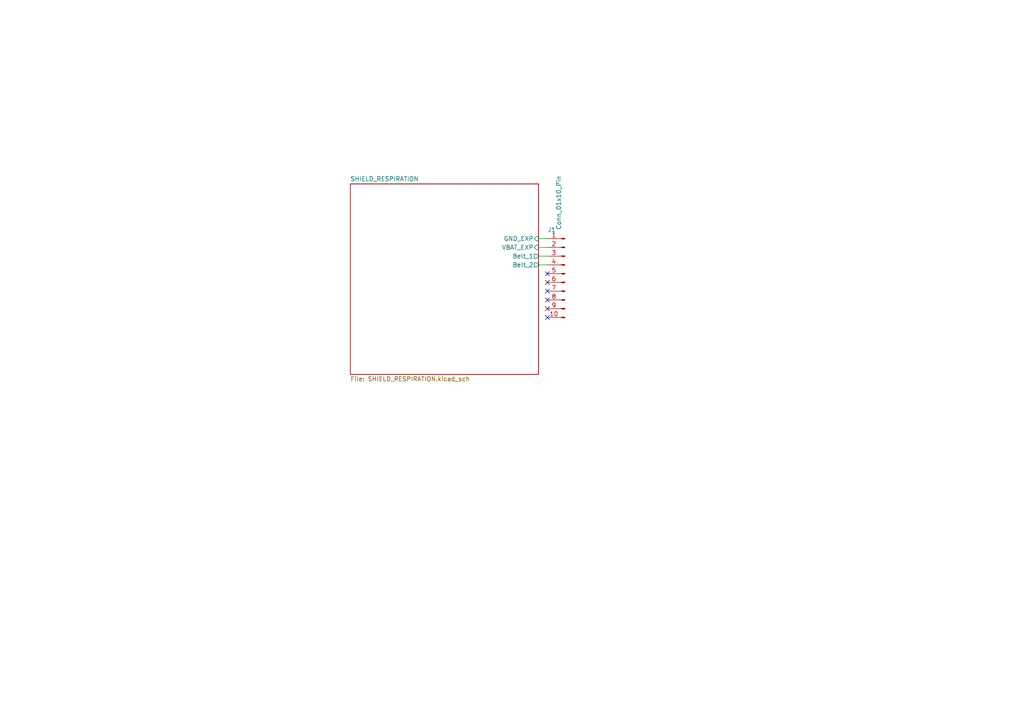
<source format=kicad_sch>
(kicad_sch (version 20250114) (generator "eeschema") (generator_version "9.0")
  (paper "A4")
  (title_block (title "Plateforme Portable AT") (date "2025-06-05") (rev "1.1") (company "IngRéadapt UL") (comment 1 "Autheur : Marc-Antoine Guay"))
  (lib_symbols
    (symbol "Connector:Conn_01x10_Pin" (pin_names (offset 1.016) (hide yes))
      (property "Reference" "J" (at 0 12.7 0))
      (property "Value" "Conn_01x10_Pin" (at 0 -15.24 0))
      (symbol "Conn_01x10_Pin_1_1"
        (rectangle (start 0.8636 10.287) (end 0 10.033) (stroke (width 0.1524)) (fill (type outline)))
        (rectangle (start 0.8636 7.747) (end 0 7.493) (stroke (width 0.1524)) (fill (type outline)))
        (rectangle (start 0.8636 5.207) (end 0 4.953) (stroke (width 0.1524)) (fill (type outline)))
        (rectangle (start 0.8636 2.667) (end 0 2.413) (stroke (width 0.1524)) (fill (type outline)))
        (rectangle (start 0.8636 0.127) (end 0 -0.127) (stroke (width 0.1524)) (fill (type outline)))
        (rectangle (start 0.8636 -2.413) (end 0 -2.667) (stroke (width 0.1524)) (fill (type outline)))
        (rectangle (start 0.8636 -4.953) (end 0 -5.207) (stroke (width 0.1524)) (fill (type outline)))
        (rectangle (start 0.8636 -7.493) (end 0 -7.747) (stroke (width 0.1524)) (fill (type outline)))
        (rectangle (start 0.8636 -10.033) (end 0 -10.287) (stroke (width 0.1524)) (fill (type outline)))
        (rectangle (start 0.8636 -12.573) (end 0 -12.827) (stroke (width 0.1524)) (fill (type outline)))
        (polyline (pts (xy 1.27 10.16) (xy 0.8636 10.16)) (stroke (width 0.1524)))
        (polyline (pts (xy 1.27 7.62) (xy 0.8636 7.62)) (stroke (width 0.1524)))
        (polyline (pts (xy 1.27 5.08) (xy 0.8636 5.08)) (stroke (width 0.1524)))
        (polyline (pts (xy 1.27 2.54) (xy 0.8636 2.54)) (stroke (width 0.1524)))
        (polyline (pts (xy 1.27 0) (xy 0.8636 0)) (stroke (width 0.1524)))
        (polyline (pts (xy 1.27 -2.54) (xy 0.8636 -2.54)) (stroke (width 0.1524)))
        (polyline (pts (xy 1.27 -5.08) (xy 0.8636 -5.08)) (stroke (width 0.1524)))
        (polyline (pts (xy 1.27 -7.62) (xy 0.8636 -7.62)) (stroke (width 0.1524)))
        (polyline (pts (xy 1.27 -10.16) (xy 0.8636 -10.16)) (stroke (width 0.1524)))
        (polyline (pts (xy 1.27 -12.7) (xy 0.8636 -12.7)) (stroke (width 0.1524)))
        (pin passive line (at 5.08 10.16 180) (length 3.81) (name "Pin_1") (number "1"))
        (pin passive line (at 5.08 7.62 180) (length 3.81) (name "Pin_2") (number "2"))
        (pin passive line (at 5.08 5.08 180) (length 3.81) (name "Pin_3") (number "3"))
        (pin passive line (at 5.08 2.54 180) (length 3.81) (name "Pin_4") (number "4"))
        (pin passive line (at 5.08 0 180) (length 3.81) (name "Pin_5") (number "5"))
        (pin passive line (at 5.08 -2.54 180) (length 3.81) (name "Pin_6") (number "6"))
        (pin passive line (at 5.08 -5.08 180) (length 3.81) (name "Pin_7") (number "7"))
        (pin passive line (at 5.08 -7.62 180) (length 3.81) (name "Pin_8") (number "8"))
        (pin passive line (at 5.08 -10.16 180) (length 3.81) (name "Pin_9") (number "9"))
        (pin passive line (at 5.08 -12.7 180) (length 3.81) (name "Pin_10") (number "10"))
      )
    )
  )
  (no_connect (at 158.75 92.075))
  (no_connect (at 158.75 81.915))
  (no_connect (at 158.75 79.375))
  (no_connect (at 158.75 84.455))
  (no_connect (at 158.75 86.995))
  (no_connect (at 158.75 89.535))
  (wire (pts (xy 156.21 74.295) (xy 158.75 74.295)))
  (wire (pts (xy 156.21 76.835) (xy 158.75 76.835)))
  (wire (pts (xy 156.21 69.215) (xy 158.75 69.215)))
  (wire (pts (xy 156.21 71.755) (xy 158.75 71.755)))
  (symbol (lib_id "Connector:Conn_01x10_Pin") (at 163.83 79.375 0) (mirror y) (unit 1)
    (property "Reference" "J1" (at 160.02 66.675 0))
    (property "Value" "Conn_01x10_Pin" (at 162.052 58.801 90))
    (property "Footprint" "Connector_PinHeader_2.54mm:PinHeader_1x10_P2.54mm_Vertical" (effects (hide yes)))
    (property "LCSC" "C492409" (effects (hide yes)))
  )
  (sheet (at 101.6 53.34) (size 54.61 55.245) (stroke (width 0.1524))
    (property "Sheetname" "SHIELD_RESPIRATION" (at 101.6 52.6284 0) (effects (justify left bottom)))
    (property "Sheetfile" "SHIELD_RESPIRATION.kicad_sch" (at 101.6 109.1696 0) (effects (justify left top)))
    (pin "Belt_2" output (at 156.21 76.835 0))
    (pin "Belt_1" output (at 156.21 74.295 0))
    (pin "VBAT_EXP" input (at 156.21 71.755 0))
    (pin "GND_EXP" input (at 156.21 69.215 0))
  )
)
</source>
